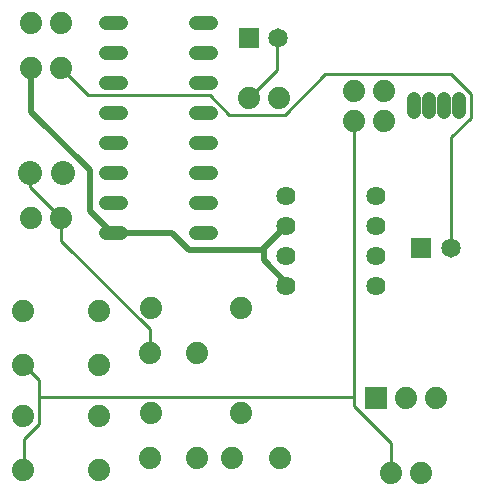
<source format=gbl>
G75*
%MOIN*%
%OFA0B0*%
%FSLAX25Y25*%
%IPPOS*%
%LPD*%
%AMOC8*
5,1,8,0,0,1.08239X$1,22.5*
%
%ADD10R,0.06500X0.06500*%
%ADD11C,0.06500*%
%ADD12C,0.08000*%
%ADD13C,0.04800*%
%ADD14C,0.07400*%
%ADD15C,0.06400*%
%ADD16R,0.07400X0.07400*%
%ADD17C,0.04500*%
%ADD18C,0.01000*%
%ADD19C,0.02000*%
D10*
X0151079Y0091000D03*
X0093579Y0161000D03*
D11*
X0103421Y0161000D03*
X0160921Y0091000D03*
D12*
X0031500Y0116000D03*
X0020500Y0116000D03*
D13*
X0046100Y0116000D02*
X0050900Y0116000D01*
X0050900Y0126000D02*
X0046100Y0126000D01*
X0046100Y0136000D02*
X0050900Y0136000D01*
X0050900Y0146000D02*
X0046100Y0146000D01*
X0046100Y0156000D02*
X0050900Y0156000D01*
X0050900Y0166000D02*
X0046100Y0166000D01*
X0076100Y0166000D02*
X0080900Y0166000D01*
X0080900Y0156000D02*
X0076100Y0156000D01*
X0076100Y0146000D02*
X0080900Y0146000D01*
X0080900Y0136000D02*
X0076100Y0136000D01*
X0076100Y0126000D02*
X0080900Y0126000D01*
X0080900Y0116000D02*
X0076100Y0116000D01*
X0076100Y0106000D02*
X0080900Y0106000D01*
X0080900Y0096000D02*
X0076100Y0096000D01*
X0050900Y0096000D02*
X0046100Y0096000D01*
X0046100Y0106000D02*
X0050900Y0106000D01*
D14*
X0018200Y0017100D03*
X0018200Y0034900D03*
X0018200Y0052100D03*
X0018200Y0069900D03*
X0043800Y0069900D03*
X0061000Y0071000D03*
X0060626Y0056000D03*
X0076374Y0056000D03*
X0091000Y0071000D03*
X0091000Y0036000D03*
X0088126Y0021000D03*
X0076374Y0021000D03*
X0060626Y0021000D03*
X0061000Y0036000D03*
X0043800Y0034900D03*
X0043800Y0052100D03*
X0043800Y0017100D03*
X0103874Y0021000D03*
X0141000Y0016000D03*
X0151000Y0016000D03*
X0146000Y0040941D03*
X0156000Y0040941D03*
X0138500Y0133500D03*
X0138500Y0143500D03*
X0128500Y0143500D03*
X0128500Y0133500D03*
X0103500Y0141000D03*
X0093500Y0141000D03*
X0031000Y0151000D03*
X0021000Y0151000D03*
X0021000Y0166000D03*
X0031000Y0166000D03*
X0031000Y0101000D03*
X0021000Y0101000D03*
D15*
X0106000Y0098500D03*
X0106000Y0088500D03*
X0106000Y0078500D03*
X0106000Y0108500D03*
X0136000Y0108500D03*
X0136000Y0098500D03*
X0136000Y0088500D03*
X0136000Y0078500D03*
D16*
X0136000Y0040941D03*
D17*
X0148500Y0136250D02*
X0148500Y0140750D01*
X0153500Y0140750D02*
X0153500Y0136250D01*
X0158500Y0136250D02*
X0158500Y0140750D01*
X0163500Y0140750D02*
X0163500Y0136250D01*
D18*
X0167500Y0134500D02*
X0167500Y0142500D01*
X0161000Y0149000D01*
X0119000Y0149000D01*
X0105500Y0135500D01*
X0087000Y0135500D01*
X0080500Y0142000D01*
X0040000Y0142000D01*
X0031000Y0151000D01*
X0020500Y0116000D02*
X0020500Y0111500D01*
X0031000Y0101000D01*
X0031000Y0093500D01*
X0060500Y0064000D01*
X0060500Y0056000D01*
X0060626Y0056000D01*
X0023500Y0047000D02*
X0023500Y0041500D01*
X0128500Y0041500D01*
X0128500Y0038500D01*
X0141000Y0026000D01*
X0141000Y0016000D01*
X0128500Y0041500D02*
X0128500Y0133500D01*
X0103000Y0150500D02*
X0093500Y0141000D01*
X0103000Y0150500D02*
X0103000Y0161000D01*
X0103421Y0161000D01*
X0161000Y0128000D02*
X0167500Y0134500D01*
X0161000Y0128000D02*
X0161000Y0091000D01*
X0160921Y0091000D01*
X0023500Y0047000D02*
X0018500Y0052000D01*
X0018200Y0052100D01*
X0023500Y0041500D02*
X0023500Y0032500D01*
X0018500Y0027500D01*
X0018500Y0017500D01*
X0018200Y0017100D01*
D19*
X0073500Y0090500D02*
X0098000Y0090500D01*
X0098500Y0090000D01*
X0098500Y0087000D01*
X0106000Y0079500D01*
X0106000Y0078500D01*
X0098000Y0090500D02*
X0106000Y0098500D01*
X0073500Y0090500D02*
X0068000Y0096000D01*
X0048500Y0096000D01*
X0048000Y0096000D01*
X0040500Y0103500D01*
X0040500Y0117000D01*
X0021000Y0136500D01*
X0021000Y0151000D01*
M02*

</source>
